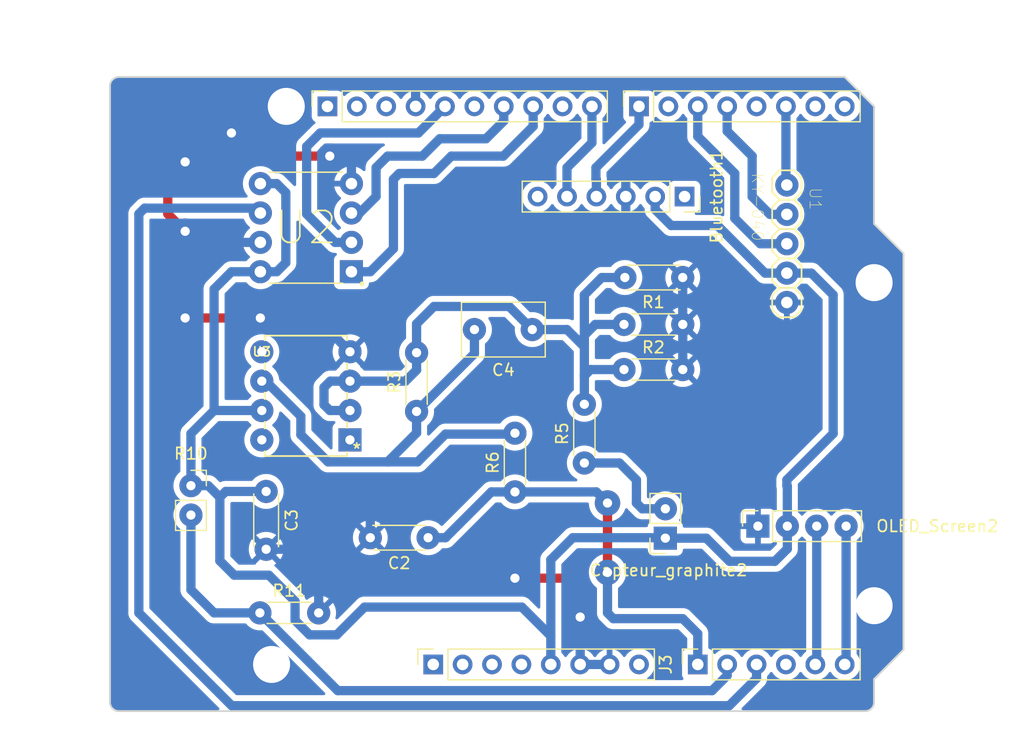
<source format=kicad_pcb>
(kicad_pcb (version 20240108) (generator "pcbnew") (generator_version "8.0")
  (title_block (date "mar. 31 mars 2015"))
  (layers (0 "F.Cu" signal) (31 "B.Cu" signal) (34 "B.Paste" user) (35 "F.Paste" user) (36 "B.SilkS" user "B.Silkscreen") (37 "F.SilkS" user "F.Silkscreen") (38 "B.Mask" user) (39 "F.Mask" user) (44 "Edge.Cuts" user))
  (net 0 "")
  (net 1 "GND")
  (net 3 "+5V")
  (net 4 "/IOREF")
  (net 5 "/D11{slash}MOSI")
  (net 6 "/A1")
  (net 7 "/D13{slash}SCK")
  (net 8 "/A3")
  (net 9 "/SDA{slash}A4")
  (net 10 "/SCL{slash}A5")
  (net 11 "/D10{slash}SS")
  (net 12 "/12")
  (net 13 "/AREF")
  (net 14 "A2")
  (net 15 "/A0{slash}ADC")
  (net 16 "/*9")
  (net 17 "/D2{slash}CLK")
  (net 18 "/*6")
  (net 19 "/TX{slash}1")
  (net 20 "/*3")
  (net 21 "/RX{slash}0")
  (net 22 "+3V3")
  (net 23 "VCC")
  (net 24 "/~{RESET}")
  (net 25 "/D4{slash}DT")
  (net 26 "/D5{slash}SW")
  (net 27 "Net-(U3-+IN)")
  (net 28 "Net-(U3-OUT)")
  (net 32 "Net-(Capteur_graphite2-Vout)")
  (net 33 "SDA")
  (net 34 "SCL")
  (net 35 "TX")
  (net 36 "RX")
  (footprint "Connector_PinSocket_2.54mm:PinSocket_1x08_P2.54mm_Vertical" (layer "F.Cu") (at 127.94 97.46 90)
    (property "Reference" "J1" (hide yes))
    (property "Value" "Power")
    (fp_line (start 1.33 -1.33) (end 1.33 0) (stroke (width 0.12)) (layer "F.SilkS"))
    (fp_line (start 0 -1.33) (end 1.33 -1.33) (stroke (width 0.12)) (layer "F.SilkS"))
    (fp_line (start 1.33 1.27) (end 1.33 19.11) (stroke (width 0.12)) (layer "F.SilkS"))
    (fp_line (start -1.33 1.27) (end 1.33 1.27) (stroke (width 0.12)) (layer "F.SilkS"))
    (fp_line (start -1.33 1.27) (end -1.33 19.11) (stroke (width 0.12)) (layer "F.SilkS"))
    (fp_line (start -1.33 19.11) (end 1.33 19.11) (stroke (width 0.12)) (layer "F.SilkS"))
    (pad "1" thru_hole rect (at 0 0 90) (size 1.7 1.7) (drill 1) (layers "*.Cu" "*.Mask"))
    (pad "2" thru_hole oval (at 0 2.54 90) (size 1.7 1.7) (drill 1) (layers "*.Cu" "*.Mask") (net 4 "/IOREF"))
    (pad "3" thru_hole oval (at 0 5.08 90) (size 1.7 1.7) (drill 1) (layers "*.Cu" "*.Mask") (net 24 "/~{RESET}"))
    (pad "4" thru_hole oval (at 0 7.62 90) (size 1.7 1.7) (drill 1) (layers "*.Cu" "*.Mask") (net 22 "+3V3"))
    (pad "5" thru_hole oval (at 0 10.16 90) (size 1.7 1.7) (drill 1) (layers "*.Cu" "*.Mask") (net 3 "+5V"))
    (pad "6" thru_hole oval (at 0 12.7 90) (size 1.7 1.7) (drill 1) (layers "*.Cu" "*.Mask") (net 1 "GND"))
    (pad "7" thru_hole oval (at 0 15.24 90) (size 1.7 1.7) (drill 1) (layers "*.Cu" "*.Mask") (net 1 "GND"))
    (pad "8" thru_hole oval (at 0 17.78 90) (size 1.7 1.7) (drill 1) (layers "*.Cu" "*.Mask") (net 23 "VCC"))
  )
  (footprint "Connector_PinSocket_2.54mm:PinSocket_1x06_P2.54mm_Vertical" (layer "F.Cu") (at 150.8 97.46 90)
    (property "Reference" "J3" (at 0 -2.77 90) (layer "F.SilkS"))
    (property "Value" "Analog")
    (fp_line (start 1.33 -1.33) (end 1.33 0) (stroke (width 0.12)) (layer "F.SilkS"))
    (fp_line (start 0 -1.33) (end 1.33 -1.33) (stroke (width 0.12)) (layer "F.SilkS"))
    (fp_line (start 1.33 1.27) (end 1.33 14.03) (stroke (width 0.12)) (layer "F.SilkS"))
    (fp_line (start -1.33 1.27) (end 1.33 1.27) (stroke (width 0.12)) (layer "F.SilkS"))
    (fp_line (start -1.33 1.27) (end -1.33 14.03) (stroke (width 0.12)) (layer "F.SilkS"))
    (fp_line (start -1.33 14.03) (end 1.33 14.03) (stroke (width 0.12)) (layer "F.SilkS"))
    (pad "1" thru_hole rect (at 0 0 90) (size 1.7 1.7) (drill 1) (layers "*.Cu" "*.Mask") (net 15 "/A0{slash}ADC"))
    (pad "2" thru_hole oval (at 0 2.54 90) (size 1.7 1.7) (drill 1) (layers "*.Cu" "*.Mask") (net 6 "/A1"))
    (pad "3" thru_hole oval (at 0 5.08 90) (size 1.7 1.7) (drill 1) (layers "*.Cu" "*.Mask") (net 14 "A2"))
    (pad "4" thru_hole oval (at 0 7.62 90) (size 1.7 1.7) (drill 1) (layers "*.Cu" "*.Mask") (net 8 "/A3"))
    (pad "5" thru_hole oval (at 0 10.16 90) (size 1.7 1.7) (drill 1) (layers "*.Cu" "*.Mask") (net 34 "SCL"))
    (pad "6" thru_hole oval (at 0 12.7 90) (size 1.7 1.7) (drill 1) (layers "*.Cu" "*.Mask") (net 33 "SDA"))
  )
  (footprint "Connector_PinSocket_2.54mm:PinSocket_1x10_P2.54mm_Vertical" (layer "F.Cu") (at 118.796 49.2 90)
    (property "Reference" "J2" (hide yes))
    (property "Value" "Digital/PWM")
    (fp_line (start 1.33 -1.33) (end 1.33 0) (stroke (width 0.12)) (layer "F.SilkS"))
    (fp_line (start 0 -1.33) (end 1.33 -1.33) (stroke (width 0.12)) (layer "F.SilkS"))
    (fp_line (start 1.33 1.27) (end 1.33 24.19) (stroke (width 0.12)) (layer "F.SilkS"))
    (fp_line (start -1.33 1.27) (end 1.33 1.27) (stroke (width 0.12)) (layer "F.SilkS"))
    (fp_line (start -1.33 1.27) (end -1.33 24.19) (stroke (width 0.12)) (layer "F.SilkS"))
    (fp_line (start -1.33 24.19) (end 1.33 24.19) (stroke (width 0.12)) (layer "F.SilkS"))
    (pad "1" thru_hole rect (at 0 0 90) (size 1.7 1.7) (drill 1) (layers "*.Cu" "*.Mask") (net 10 "/SCL{slash}A5"))
    (pad "2" thru_hole oval (at 0 2.54 90) (size 1.7 1.7) (drill 1) (layers "*.Cu" "*.Mask") (net 9 "/SDA{slash}A4"))
    (pad "3" thru_hole oval (at 0 5.08 90) (size 1.7 1.7) (drill 1) (layers "*.Cu" "*.Mask") (net 13 "/AREF"))
    (pad "4" thru_hole oval (at 0 7.62 90) (size 1.7 1.7) (drill 1) (layers "*.Cu" "*.Mask") (net 1 "GND"))
    (pad "5" thru_hole oval (at 0 10.16 90) (size 1.7 1.7) (drill 1) (layers "*.Cu" "*.Mask") (net 7 "/D13{slash}SCK"))
    (pad "6" thru_hole oval (at 0 12.7 90) (size 1.7 1.7) (drill 1) (layers "*.Cu" "*.Mask") (net 12 "/12"))
    (pad "7" thru_hole oval (at 0 15.24 90) (size 1.7 1.7) (drill 1) (layers "*.Cu" "*.Mask") (net 5 "/D11{slash}MOSI"))
    (pad "8" thru_hole oval (at 0 17.78 90) (size 1.7 1.7) (drill 1) (layers "*.Cu" "*.Mask") (net 11 "/D10{slash}SS"))
    (pad "9" thru_hole oval (at 0 20.32 90) (size 1.7 1.7) (drill 1) (layers "*.Cu" "*.Mask") (net 16 "/*9"))
    (pad "10" thru_hole oval (at 0 22.86 90) (size 1.7 1.7) (drill 1) (layers "*.Cu" "*.Mask") (net 36 "RX"))
  )
  (footprint "Connector_PinSocket_2.54mm:PinSocket_1x08_P2.54mm_Vertical" (layer "F.Cu") (at 145.72 49.2 90)
    (property "Reference" "J4" (hide yes))
    (property "Value" "Digital/PWM")
    (fp_line (start 1.33 -1.33) (end 1.33 0) (stroke (width 0.12)) (layer "F.SilkS"))
    (fp_line (start 0 -1.33) (end 1.33 -1.33) (stroke (width 0.12)) (layer "F.SilkS"))
    (fp_line (start 1.33 1.27) (end 1.33 19.11) (stroke (width 0.12)) (layer "F.SilkS"))
    (fp_line (start -1.33 1.27) (end 1.33 1.27) (stroke (width 0.12)) (layer "F.SilkS"))
    (fp_line (start -1.33 1.27) (end -1.33 19.11) (stroke (width 0.12)) (layer "F.SilkS"))
    (fp_line (start -1.33 19.11) (end 1.33 19.11) (stroke (width 0.12)) (layer "F.SilkS"))
    (pad "1" thru_hole rect (at 0 0 90) (size 1.7 1.7) (drill 1) (layers "*.Cu" "*.Mask") (net 35 "TX"))
    (pad "2" thru_hole oval (at 0 2.54 90) (size 1.7 1.7) (drill 1) (layers "*.Cu" "*.Mask") (net 18 "/*6"))
    (pad "3" thru_hole oval (at 0 5.08 90) (size 1.7 1.7) (drill 1) (layers "*.Cu" "*.Mask") (net 26 "/D5{slash}SW"))
    (pad "4" thru_hole oval (at 0 7.62 90) (size 1.7 1.7) (drill 1) (layers "*.Cu" "*.Mask") (net 25 "/D4{slash}DT"))
    (pad "5" thru_hole oval (at 0 10.16 90) (size 1.7 1.7) (drill 1) (layers "*.Cu" "*.Mask") (net 20 "/*3"))
    (pad "6" thru_hole oval (at 0 12.7 90) (size 1.7 1.7) (drill 1) (layers "*.Cu" "*.Mask") (net 17 "/D2{slash}CLK"))
    (pad "7" thru_hole oval (at 0 15.24 90) (size 1.7 1.7) (drill 1) (layers "*.Cu" "*.Mask") (net 19 "/TX{slash}1"))
    (pad "8" thru_hole oval (at 0 17.78 90) (size 1.7 1.7) (drill 1) (layers "*.Cu" "*.Mask") (net 21 "/RX{slash}0"))
  )
  (footprint "Resistor_THT:R_Axial_DIN0204_L3.6mm_D1.6mm_P5.08mm_Horizontal" (layer "F.Cu") (at 144.425 71.96)
    (property "Reference" "R2" (at 2.54 -1.92 0) (layer "F.SilkS"))
    (property "Value" "R")
    (fp_line (start 0.62 -0.92) (end 4.46 -0.92) (stroke (width 0.12)) (layer "F.SilkS"))
    (fp_line (start 0.62 0.92) (end 4.46 0.92) (stroke (width 0.12)) (layer "F.SilkS"))
    (pad "1" thru_hole circle (at 0 0) (size 2 2) (drill 0.8) (layers "*.Cu" "*.Mask") (net 27 "Net-(U3-+IN)"))
    (pad "2" thru_hole circle (at 5.08 0) (size 2 2) (drill 0.8) (layers "*.Cu" "*.Mask") (net 1 "GND"))
  )
  (footprint "4GP_Projet_Capteur:MPC41050_IP" (layer "F.Cu") (at 116.935 59.69 180)
    (property "Reference" "U2" (at 0 0 180) (layer "F.SilkS") (effects (font (size 2.755976 2.755976))))
    (property "Value" "MCP41050")
    (fp_line (start 3.18 4.8) (end -3.18 4.8) (stroke (width 0.127)) (layer "F.SilkS"))
    (fp_line (start -3.18 -4.8) (end 3.18 -4.8) (stroke (width 0.127)) (layer "F.SilkS"))
    (fp_circle (center -4.85 -4.85) (end -4.75 -4.85) (stroke (width 0.2)) (fill none) (layer "F.SilkS"))
    (pad "1" thru_hole rect (at -3.935 -3.81 180) (size 2 2) (drill 1) (layers "*.Cu" "*.Mask") (net 11 "/D10{slash}SS"))
    (pad "2" thru_hole oval (at -3.935 -1.27 180) (size 2 2) (drill 1) (layers "*.Cu" "*.Mask") (net 7 "/D13{slash}SCK"))
    (pad "3" thru_hole oval (at -3.935 1.27 180) (size 2 2) (drill 1) (layers "*.Cu" "*.Mask") (net 5 "/D11{slash}MOSI"))
    (pad "4" thru_hole oval (at -3.935 3.81 180) (size 2 2) (drill 1) (layers "*.Cu" "*.Mask") (net 1 "GND"))
    (pad "5" thru_hole oval (at 3.935 3.81 180) (size 2 2) (drill 1) (layers "*.Cu" "*.Mask") (net 3 "+5V"))
    (pad "6" thru_hole oval (at 3.935 1.27 180) (size 2 2) (drill 1) (layers "*.Cu" "*.Mask") (net 14 "A2"))
    (pad "7" thru_hole oval (at 3.935 -1.27 180) (size 2 2) (drill 1) (layers "*.Cu" "*.Mask") (net 1 "GND"))
    (pad "8" thru_hole oval (at 3.935 -3.81 180) (size 2 2) (drill 1) (layers "*.Cu" "*.Mask") (net 3 "+5V"))
  )
  (footprint "Resistor_THT:R_Axial_DIN0204_L3.6mm_D1.6mm_P5.08mm_Horizontal" (layer "F.Cu") (at 126.5 75.58 90)
    (property "Reference" "R3" (at 2.54 -1.92 270) (layer "F.SilkS"))
    (property "Value" "R")
    (fp_line (start 0.62 -0.92) (end 4.46 -0.92) (stroke (width 0.12)) (layer "F.SilkS"))
    (fp_line (start 0.62 0.92) (end 4.46 0.92) (stroke (width 0.12)) (layer "F.SilkS"))
    (pad "1" thru_hole circle (at 0 0 90) (size 2 2) (drill 0.8) (layers "*.Cu" "*.Mask") (net 28 "Net-(U3-OUT)"))
    (pad "2" thru_hole circle (at 5.08 0 90) (size 2 2) (drill 0.8) (layers "*.Cu" "*.Mask") (net 27 "Net-(U3-+IN)"))
  )
  (footprint "Capacitor_THT:C_Rect_L7.0mm_W4.5mm_P5.00mm" (layer "F.Cu") (at 136.5 68.5 180)
    (property "Reference" "C4" (at 2.5 -3.5 180) (layer "F.SilkS"))
    (property "Value" "C")
    (fp_line (start 6.12 -2.37) (end 6.12 2.37) (stroke (width 0.12)) (layer "F.SilkS"))
    (fp_line (start -1.12 2.37) (end 6.12 2.37) (stroke (width 0.12)) (layer "F.SilkS"))
    (fp_line (start -1.12 -2.37) (end 6.12 -2.37) (stroke (width 0.12)) (layer "F.SilkS"))
    (fp_line (start -1.12 -2.37) (end -1.12 2.37) (stroke (width 0.12)) (layer "F.SilkS"))
    (pad "1" thru_hole circle (at 0 0 180) (size 2 2) (drill 0.8) (layers "*.Cu" "*.Mask") (net 27 "Net-(U3-+IN)"))
    (pad "2" thru_hole circle (at 5 0 180) (size 2 2) (drill 0.8) (layers "*.Cu" "*.Mask") (net 28 "Net-(U3-OUT)"))
  )
  (footprint "Connector_PinSocket_2.54mm:PinSocket_1x02_P2.54mm_Vertical" (layer "F.Cu") (at 107 82)
    (property "Reference" "R10" (at 0 -2.77 0) (layer "F.SilkS"))
    (property "Value" "FlexSensor")
    (fp_line (start -1.33 1.27) (end -1.33 3.87) (stroke (width 0.12)) (layer "F.SilkS"))
    (fp_line (start -1.33 1.27) (end 1.33 1.27) (stroke (width 0.12)) (layer "F.SilkS"))
    (fp_line (start -1.33 3.87) (end 1.33 3.87) (stroke (width 0.12)) (layer "F.SilkS"))
    (fp_line (start 0 -1.33) (end 1.33 -1.33) (stroke (width 0.12)) (layer "F.SilkS"))
    (fp_line (start 1.33 -1.33) (end 1.33 0) (stroke (width 0.12)) (layer "F.SilkS"))
    (fp_line (start 1.33 1.27) (end 1.33 3.87) (stroke (width 0.12)) (layer "F.SilkS"))
    (pad "1" thru_hole circle (at 0 0) (size 2 2) (drill 0.8) (layers "*.Cu" "*.Mask") (net 3 "+5V"))
    (pad "2" thru_hole circle (at 0 2.54) (size 2 2) (drill 0.8) (layers "*.Cu" "*.Mask") (net 6 "/A1"))
  )
  (footprint "Capacitor_THT:C_Disc_D4.3mm_W1.9mm_P5.00mm" (layer "F.Cu") (at 127.5 86.5 180)
    (property "Reference" "C2" (at 2.5 -2.2 180) (layer "F.SilkS"))
    (property "Value" "C")
    (fp_line (start 4.77 1.055) (end 4.77 1.07) (stroke (width 0.12)) (layer "F.SilkS"))
    (fp_line (start 4.77 -1.07) (end 4.77 -1.055) (stroke (width 0.12)) (layer "F.SilkS"))
    (fp_line (start 0.23 1.07) (end 4.77 1.07) (stroke (width 0.12)) (layer "F.SilkS"))
    (fp_line (start 0.23 1.055) (end 0.23 1.07) (stroke (width 0.12)) (layer "F.SilkS"))
    (fp_line (start 0.23 -1.07) (end 4.77 -1.07) (stroke (width 0.12)) (layer "F.SilkS"))
    (fp_line (start 0.23 -1.07) (end 0.23 -1.055) (stroke (width 0.12)) (layer "F.SilkS"))
    (pad "1" thru_hole circle (at 0 0 180) (size 2 2) (drill 0.8) (layers "*.Cu" "*.Mask") (net 15 "/A0{slash}ADC"))
    (pad "2" thru_hole circle (at 5 0 180) (size 2 2) (drill 0.8) (layers "*.Cu" "*.Mask") (net 1 "GND"))
  )
  (footprint "Capacitor_THT:C_Disc_D4.3mm_W1.9mm_P5.00mm" (layer "F.Cu") (at 144.5 64)
    (property "Reference" "C1" (hide yes))
    (property "Value" "C")
    (fp_line (start 0.23 -1.07) (end 0.23 -1.055) (stroke (width 0.12)) (layer "F.SilkS"))
    (fp_line (start 0.23 -1.07) (end 4.77 -1.07) (stroke (width 0.12)) (layer "F.SilkS"))
    (fp_line (start 0.23 1.055) (end 0.23 1.07) (stroke (width 0.12)) (layer "F.SilkS"))
    (fp_line (start 0.23 1.07) (end 4.77 1.07) (stroke (width 0.12)) (layer "F.SilkS"))
    (fp_line (start 4.77 -1.07) (end 4.77 -1.055) (stroke (width 0.12)) (layer "F.SilkS"))
    (fp_line (start 4.77 1.055) (end 4.77 1.07) (stroke (width 0.12)) (layer "F.SilkS"))
    (pad "1" thru_hole circle (at 0 0) (size 2 2) (drill 0.8) (layers "*.Cu" "*.Mask") (net 27 "Net-(U3-+IN)"))
    (pad "2" thru_hole circle (at 5 0) (size 2 2) (drill 0.8) (layers "*.Cu" "*.Mask") (net 1 "GND"))
  )
  (footprint "Arduino_MountingHole:MountingHole_3.2mm" (layer "F.Cu") (at 115.24 49.2)
    (property "Reference" "MH1" (hide yes))
    (property "Value" "MountingHole_3.2mm" (hide yes))
    (pad "" np_thru_hole circle (at 0 0) (size 3.2 3.2) (drill 3.2) (layers "*.Cu" "*.Mask"))
  )
  (footprint "Connector_PinSocket_2.54mm:PinSocket_1x04_P2.54mm_Vertical" (layer "F.Cu") (at 156 85.5 90)
    (property "Reference" "OLED_Screen2" (at 0 15.5 0) (layer "F.SilkS"))
    (property "Value" "~")
    (fp_line (start 1.33 -1.33) (end 1.33 0) (stroke (width 0.12)) (layer "F.SilkS"))
    (fp_line (start 0 -1.33) (end 1.33 -1.33) (stroke (width 0.12)) (layer "F.SilkS"))
    (fp_line (start 1.33 1.27) (end 1.33 8.95) (stroke (width 0.12)) (layer "F.SilkS"))
    (fp_line (start -1.33 1.27) (end 1.33 1.27) (stroke (width 0.12)) (layer "F.SilkS"))
    (fp_line (start -1.33 1.27) (end -1.33 8.95) (stroke (width 0.12)) (layer "F.SilkS"))
    (fp_line (start -1.33 8.95) (end 1.33 8.95) (stroke (width 0.12)) (layer "F.SilkS"))
    (pad "1" thru_hole rect (at 0 0 90) (size 2 2) (drill 0.8) (layers "*.Cu" "*.Mask") (net 1 "GND"))
    (pad "2" thru_hole circle (at 0 2.54 90) (size 2 2) (drill 0.8) (layers "*.Cu" "*.Mask") (net 3 "+5V"))
    (pad "3" thru_hole circle (at 0 5.08 90) (size 2 2) (drill 0.8) (layers "*.Cu" "*.Mask") (net 34 "SCL"))
    (pad "4" thru_hole circle (at 0 7.62 90) (size 2 2) (drill 0.8) (layers "*.Cu" "*.Mask") (net 33 "SDA"))
  )
  (footprint "Connector_PinSocket_2.54mm:PinSocket_1x06_P2.54mm_Vertical" (layer "F.Cu") (at 149.66 57 -90)
    (property "Reference" "Bluetooth1" (at 0 -2.77 -90) (layer "F.SilkS"))
    (property "Value" "~")
    (fp_line (start -1.33 14.03) (end 1.33 14.03) (stroke (width 0.12)) (layer "F.SilkS"))
    (fp_line (start -1.33 1.27) (end -1.33 14.03) (stroke (width 0.12)) (layer "F.SilkS"))
    (fp_line (start -1.33 1.27) (end 1.33 1.27) (stroke (width 0.12)) (layer "F.SilkS"))
    (fp_line (start 1.33 1.27) (end 1.33 14.03) (stroke (width 0.12)) (layer "F.SilkS"))
    (fp_line (start 0 -1.33) (end 1.33 -1.33) (stroke (width 0.12)) (layer "F.SilkS"))
    (fp_line (start 1.33 -1.33) (end 1.33 0) (stroke (width 0.12)) (layer "F.SilkS"))
    (pad "1" thru_hole rect (at 0 0 270) (size 1.7 1.7) (drill 1) (layers "*.Cu" "*.Mask"))
    (pad "2" thru_hole oval (at 0 2.54 270) (size 1.7 1.7) (drill 1) (layers "*.Cu" "*.Mask") (net 3 "+5V"))
    (pad "3" thru_hole oval (at 0 5.08 270) (size 1.7 1.7) (drill 1) (layers "*.Cu" "*.Mask") (net 1 "GND"))
    (pad "4" thru_hole oval (at 0 7.62 270) (size 1.7 1.7) (drill 1) (layers "*.Cu" "*.Mask") (net 35 "TX"))
    (pad "5" thru_hole oval (at 0 10.16 270) (size 1.7 1.7) (drill 1) (layers "*.Cu" "*.Mask") (net 36 "RX"))
    (pad "6" thru_hole oval (at 0 12.7 270) (size 1.7 1.7) (drill 1) (layers "*.Cu" "*.Mask"))
  )
  (footprint "4GP_Projet_Capteur:KY-040-PORT" (layer "F.Cu") (at 158.5 62.35 -90)
    (property "Reference" "U1" (at -5.1562 -2.4638 -90) (layer "F.SilkS") (effects (font (thickness 0.05))))
    (property "Value" "KY-040" (at -4.445 2.54 -90) (layer "F.SilkS") (effects (font (thickness 0.05))))
    (fp_line (start -5.715 1.27) (end -6.985 1.27) (stroke (width 0.1524)) (layer "F.SilkS"))
    (fp_line (start -4.445 1.27) (end -5.08 0.635) (stroke (width 0.1524)) (layer "F.SilkS"))
    (fp_line (start -3.175 1.27) (end -4.445 1.27) (stroke (width 0.1524)) (layer "F.SilkS"))
    (fp_line (start -1.905 1.27) (end -2.54 0.635) (stroke (width 0.1524)) (layer "F.SilkS"))
    (fp_line (start -0.635 1.27) (end -1.905 1.27) (stroke (width 0.1524)) (layer "F.SilkS"))
    (fp_line (start 1.905 1.27) (end 0.635 1.27) (stroke (width 0.1524)) (layer "F.SilkS"))
    (fp_line (start 3.175 1.27) (end 2.54 0.635) (stroke (width 0.1524)) (layer "F.SilkS"))
    (fp_line (start 4.445 1.27) (end 3.175 1.27) (stroke (width 0.1524)) (layer "F.SilkS"))
    (fp_line (start -7.62 0.635) (end -6.985 1.27) (stroke (width 0.1524)) (layer "F.SilkS"))
    (fp_line (start -5.08 0.635) (end -5.715 1.27) (stroke (width 0.1524)) (layer "F.SilkS"))
    (fp_line (start -2.54 0.635) (end -3.175 1.27) (stroke (width 0.1524)) (layer "F.SilkS"))
    (fp_line (start 0 0.635) (end -0.635 1.27) (stroke (width 0.1524)) (layer "F.SilkS"))
    (fp_line (start 0 0.635) (end 0.635 1.27) (stroke (width 0.1524)) (layer "F.SilkS"))
    (fp_line (start 2.54 0.635) (end 1.905 1.27) (stroke (width 0.1524)) (layer "F.SilkS"))
    (fp_line (start 5.08 0.635) (end 4.445 1.27) (stroke (width 0.1524)) (layer "F.SilkS"))
    (fp_line (start -7.62 -0.635) (end -7.62 0.635) (stroke (width 0.1524)) (layer "F.SilkS"))
    (fp_line (start -5.08 -0.635) (end -5.08 0.635) (stroke (width 0.1524)) (layer "F.SilkS"))
    (fp_line (start -5.08 -0.635) (end -4.445 -1.27) (stroke (width 0.1524)) (layer "F.SilkS"))
    (fp_line (start -2.54 -0.635) (end -2.54 0.635) (stroke (width 0.1524)) (layer "F.SilkS"))
    (fp_line (start -2.54 -0.635) (end -1.905 -1.27) (stroke (width 0.1524)) (layer "F.SilkS"))
    (fp_line (start 0 -0.635) (end 0 0.635) (stroke (width 0.1524)) (layer "F.SilkS"))
    (fp_line (start 2.54 -0.635) (end 2.54 0.635) (stroke (width 0.1524)) (layer "F.SilkS"))
    (fp_line (start 2.54 -0.635) (end 3.175 -1.27) (stroke (width 0.1524)) (layer "F.SilkS"))
    (fp_line (start 5.08 -0.635) (end 5.08 0.635) (stroke (width 0.1524)) (layer "F.SilkS"))
    (fp_line (start -6.985 -1.27) (end -7.62 -0.635) (stroke (width 0.1524)) (layer "F.SilkS"))
    (fp_line (start -6.985 -1.27) (end -5.715 -1.27) (stroke (width 0.1524)) (layer "F.SilkS"))
    (fp_line (start -5.715 -1.27) (end -5.08 -0.635) (stroke (width 0.1524)) (layer "F.SilkS"))
    (fp_line (start -4.445 -1.27) (end -3.175 -1.27) (stroke (width 0.1524)) (layer "F.SilkS"))
    (fp_line (start -3.175 -1.27) (end -2.54 -0.635) (stroke (width 0.1524)) (layer "F.SilkS"))
    (fp_line (start -1.905 -1.27) (end -0.635 -1.27) (stroke (width 0.1524)) (layer "F.SilkS"))
    (fp_line (start -0.635 -1.27) (end 0 -0.635) (stroke (width 0.1524)) (layer "F.SilkS"))
    (fp_line (start 0.635 -1.27) (end 0 -0.635) (stroke (width 0.1524)) (layer "F.SilkS"))
    (fp_line (start 0.635 -1.27) (end 1.905 -1.27) (stroke (width 0.1524)) (layer "F.SilkS"))
    (fp_line (start 1.905 -1.27) (end 2.54 -0.635) (stroke (width 0.1524)) (layer "F.SilkS"))
    (fp_line (start 3.175 -1.27) (end 4.445 -1.27) (stroke (width 0.1524)) (layer "F.SilkS"))
    (fp_line (start 4.445 -1.27) (end 5.08 -0.635) (stroke (width 0.1524)) (layer "F.SilkS"))
    (pad "CLK" thru_hole oval (at -6.35 0) (size 2 2) (drill 1) (layers "*.Cu" "*.Mask") (net 17 "/D2{slash}CLK"))
    (pad "DT" thru_hole oval (at -3.81 0) (size 2 2) (drill 1) (layers "*.Cu" "*.Mask") (net 25 "/D4{slash}DT"))
    (pad "GND" thru_hole oval (at 3.81 0) (size 2 2) (drill 1) (layers "*.Cu" "*.Mask") (net 1 "GND"))
    (pad "SW" thru_hole oval (at -1.27 0) (size 2 2) (drill 1) (layers "*.Cu" "*.Mask") (net 26 "/D5{slash}SW"))
    (pad "VCC" thru_hole oval (at 1.27 0) (size 2 2) (drill 1) (layers "*.Cu" "*.Mask") (net 3 "+5V"))
  )
  (footprint "Resistor_THT:R_Axial_DIN0204_L3.6mm_D1.6mm_P5.08mm_Horizontal" (layer "F.Cu") (at 135 82.54 90)
    (property "Reference" "R6" (at 2.54 -1.92 -90) (layer "F.SilkS"))
    (property "Value" "R")
    (fp_line (start 0.62 -0.92) (end 4.46 -0.92) (stroke (width 0.12)) (layer "F.SilkS"))
    (fp_line (start 0.62 0.92) (end 4.46 0.92) (stroke (width 0.12)) (layer "F.SilkS"))
    (pad "1" thru_hole circle (at 0 0 90) (size 2 2) (drill 0.8) (layers "*.Cu" "*.Mask") (net 15 "/A0{slash}ADC"))
    (pad "2" thru_hole circle (at 5.08 0 90) (size 2 2) (drill 0.8) (layers "*.Cu" "*.Mask") (net 28 "Net-(U3-OUT)"))
  )
  (footprint "Resistor_THT:R_Axial_DIN0204_L3.6mm_D1.6mm_P5.08mm_Horizontal" (layer "F.Cu") (at 144.425 68.055)
    (property "Reference" "R1" (at 2.54 -1.92 0) (layer "F.SilkS"))
    (property "Value" "R")
    (fp_line (start 0.62 -0.92) (end 4.46 -0.92) (stroke (width 0.12)) (layer "F.SilkS"))
    (fp_line (start 0.62 0.92) (end 4.46 0.92) (stroke (width 0.12)) (layer "F.SilkS"))
    (pad "1" thru_hole circle (at 0 0) (size 2 2) (drill 0.8) (layers "*.Cu" "*.Mask") (net 27 "Net-(U3-+IN)"))
    (pad "2" thru_hole circle (at 5.08 0) (size 2 2) (drill 0.8) (layers "*.Cu" "*.Mask") (net 1 "GND"))
  )
  (footprint "Connector_PinSocket_2.54mm:PinSocket_1x02_P2.54mm_Vertical" (layer "F.Cu") (at 148 86.54 180)
    (property "Reference" "Capteur_graphite2" (at -0.275 -2.775 180) (layer "F.SilkS"))
    (property "Value" "~")
    (fp_line (start 1.33 1.27) (end 1.33 3.87) (stroke (width 0.12)) (layer "F.SilkS"))
    (fp_line (start 1.33 -1.33) (end 1.33 0) (stroke (width 0.12)) (layer "F.SilkS"))
    (fp_line (start 0 -1.33) (end 1.33 -1.33) (stroke (width 0.12)) (layer "F.SilkS"))
    (fp_line (start -1.33 3.87) (end 1.33 3.87) (stroke (width 0.12)) (layer "F.SilkS"))
    (fp_line (start -1.33 1.27) (end 1.33 1.27) (stroke (width 0.12)) (layer "F.SilkS"))
    (fp_line (start -1.33 1.27) (end -1.33 3.87) (stroke (width 0.12)) (layer "F.SilkS"))
    (pad "1" thru_hole rect (at 0 0 180) (size 2 2) (drill 0.8) (layers "*.Cu" "*.Mask") (net 3 "+5V"))
    (pad "2" thru_hole circle (at 0 2.54 180) (size 2 2) (drill 0.8) (layers "*.Cu" "*.Mask") (net 32 "Net-(Capteur_graphite2-Vout)"))
  )
  (footprint "Capacitor_THT:C_Disc_D4.3mm_W1.9mm_P5.00mm" (layer "F.Cu") (at 113.5 82.5 -90)
    (property "Reference" "C3" (at 2.5 -2.2 90) (layer "F.SilkS"))
    (property "Value" "C")
    (fp_line (start 0.23 1.07) (end 4.77 1.07) (stroke (width 0.12)) (layer "F.SilkS"))
    (fp_line (start 0.23 1.055) (end 0.23 1.07) (stroke (width 0.12)) (layer "F.SilkS"))
    (fp_line (start 4.77 1.055) (end 4.77 1.07) (stroke (width 0.12)) (layer "F.SilkS"))
    (fp_line (start 0.23 -1.07) (end 0.23 -1.055) (stroke (width 0.12)) (layer "F.SilkS"))
    (fp_line (start 0.23 -1.07) (end 4.77 -1.07) (stroke (width 0.12)) (layer "F.SilkS"))
    (fp_line (start 4.77 -1.07) (end 4.77 -1.055) (stroke (width 0.12)) (layer "F.SilkS"))
    (pad "1" thru_hole circle (at 0 0 270) (size 2 2) (drill 0.8) (layers "*.Cu" "*.Mask") (net 3 "+5V"))
    (pad "2" thru_hole circle (at 5 0 270) (size 2 2) (drill 0.8) (layers "*.Cu" "*.Mask") (net 1 "GND"))
  )
  (footprint "Arduino_MountingHole:MountingHole_3.2mm" (layer "F.Cu") (at 113.97 97.46)
    (property "Reference" "MH2" (hide yes))
    (property "Value" "MountingHole_3.2mm" (hide yes))
    (pad "" np_thru_hole circle (at 0 0) (size 3.2 3.2) (drill 3.2) (layers "*.Cu" "*.Mask"))
  )
  (footprint "Resistor_THT:R_Axial_DIN0204_L3.6mm_D1.6mm_P5.08mm_Horizontal" (layer "F.Cu") (at 141 80.04 90)
    (property "Reference" "R5" (at 2.54 -1.92 -90) (layer "F.SilkS"))
    (property "Value" "R")
    (fp_line (start 0.62 -0.92) (end 4.46 -0.92) (stroke (width 0.12)) (layer "F.SilkS"))
    (fp_line (start 0.62 0.92) (end 4.46 0.92) (stroke (width 0.12)) (layer "F.SilkS"))
    (pad "1" thru_hole circle (at 0 0 90) (size 2 2) (drill 0.8) (layers "*.Cu" "*.Mask") (net 32 "Net-(Capteur_graphite2-Vout)"))
    (pad "2" thru_hole circle (at 5.08 0 90) (size 2 2) (drill 0.8) (layers "*.Cu" "*.Mask") (net 27 "Net-(U3-+IN)"))
  )
  (footprint "Arduino_MountingHole:MountingHole_3.2mm" (layer "F.Cu") (at 166.04 64.44)
    (property "Reference" "MH3" (hide yes))
    (property "Value" "MountingHole_3.2mm" (hide yes))
    (pad "" np_thru_hole circle (at 0 0) (size 3.2 3.2) (drill 3.2) (layers "*.Cu" "*.Mask"))
  )
  (footprint "4GP_Projet_Capteur:LTC1050CN8" (layer "F.Cu") (at 113.125 70.42 180)
    (property "Reference" "U3" (at 0 0 180) (layer "F.SilkS") (effects (font (size 0.787402 0.787402))))
    (property "Value" "LTC1050CN8")
    (fp_line (start -0.254 1.397) (end -0.254 0.9906) (stroke (width 0.1524)) (layer "F.SilkS"))
    (fp_line (start -0.254 -0.9906) (end -0.254 -1.5494) (stroke (width 0.1524)) (layer "F.SilkS"))
    (fp_line (start -0.254 -3.5306) (end -0.254 -4.0894) (stroke (width 0.1524)) (layer "F.SilkS"))
    (fp_line (start -0.254 -6.0706) (end -0.254 -6.6294) (stroke (width 0.1524)) (layer "F.SilkS"))
    (fp_line (start -0.254 -8.6106) (end -0.254 -9.017) (stroke (width 0.1524)) (layer "F.SilkS"))
    (fp_line (start -0.254 -9.017) (end -7.366 -9.017) (stroke (width 0.1524)) (layer "F.SilkS"))
    (fp_line (start -7.366 1.397) (end -0.254 1.397) (stroke (width 0.1524)) (layer "F.SilkS"))
    (fp_line (start -7.366 0.9906) (end -7.366 1.397) (stroke (width 0.1524)) (layer "F.SilkS"))
    (fp_line (start -7.366 -1.5494) (end -7.366 -0.9906) (stroke (width 0.1524)) (layer "F.SilkS"))
    (fp_line (start -7.366 -4.0894) (end -7.366 -3.5306) (stroke (width 0.1524)) (layer "F.SilkS"))
    (fp_line (start -7.366 -6.5786) (end -7.366 -6.0706) (stroke (width 0.1524)) (layer "F.SilkS"))
    (fp_line (start -7.366 -9.017) (end -7.366 -8.6614) (stroke (width 0.1524)) (layer "F.SilkS"))
    (fp_text user "*" (at -8.2042 -8.4328 180) (layer "F.SilkS"))
    (pad "1" thru_hole rect (at -7.62 -7.62 180) (size 2 2) (drill 0.8) (layers "*.Cu" "*.Mask"))
    (pad "2" thru_hole circle (at -7.62 -5.08 180) (size 2 2) (drill 0.8) (layers "*.Cu" "*.Mask") (net 27 "Net-(U3-+IN)"))
    (pad "3" thru_hole circle (at -7.62 -2.54 180) (size 2 2) (drill 0.8) (layers "*.Cu" "*.Mask") (net 27 "Net-(U3-+IN)"))
    (pad "4" thru_hole circle (at -7.62 0 180) (size 2 2) (drill 0.8) (layers "*.Cu" "*.Mask") (net 1 "GND"))
    (pad "5" thru_hole circle (at 0 0 180) (size 2 2) (drill 0.8) (layers "*.Cu" "*.Mask"))
    (pad "6" thru_hole circle (at 0 -2.54 180) (size 2 2) (drill 0.8) (layers "*.Cu" "*.Mask") (net 28 "Net-(U3-OUT)"))
    (pad "7" thru_hole circle (at 0 -5.08 180) (size 2 2) (drill 0.8) (layers "*.Cu" "*.Mask") (net 3 "+5V"))
    (pad "8" thru_hole circle (at 0 -7.62 180) (size 2 2) (drill 0.8) (layers "*.Cu" "*.Mask"))
  )
  (footprint "Arduino_MountingHole:MountingHole_3.2mm" (layer "F.Cu") (at 166.04 92.38)
    (property "Reference" "MH4" (hide yes))
    (property "Value" "MountingHole_3.2mm" (hide yes))
    (pad "" np_thru_hole circle (at 0 0) (size 3.2 3.2) (drill 3.2) (layers "*.Cu" "*.Mask"))
  )
  (footprint "Resistor_THT:R_Axial_DIN0204_L3.6mm_D1.6mm_P5.08mm_Horizontal" (layer "F.Cu") (at 112.96 93)
    (property "Reference" "R11" (at 2.54 -1.92 0) (layer "F.SilkS"))
    (property "Value" "R")
    (fp_line (start 0.62 -0.92) (end 4.46 -0.92) (stroke (width 0.12)) (layer "F.SilkS"))
    (fp_line (start 0.62 0.92) (end 4.46 0.92) (stroke (width 0.12)) (layer "F.SilkS"))
    (pad "1" thru_hole circle (at 0 0) (size 2 2) (drill 0.8) (layers "*.Cu" "*.Mask") (net 6 "/A1"))
    (pad "2" thru_hole circle (at 5.08 0) (size 2 2) (drill 0.8) (layers "*.Cu" "*.Mask") (net 1 "GND"))
  )
  (gr_line (start 166.04 59.36) (end 168.58 61.9) (stroke (width 0.15)) (layer "Edge.Cuts"))
  (gr_line (start 100 100.738) (end 100 47.422) (stroke (width 0.15)) (layer "Edge.Cuts"))
  (gr_line (start 168.58 61.9) (end 168.58 96.19) (stroke (width 0.15)) (layer "Edge.Cuts"))
  (gr_line (start 165.278 101.5) (end 100.762 101.5) (stroke (width 0.15)) (layer "Edge.Cuts"))
  (gr_line (start 100.762 46.66) (end 163.5 46.66) (stroke (width 0.15)) (layer "Edge.Cuts"))
  (gr_arc (start 100.762 101.5) (mid 100.223185 101.276815) (end 100 100.738) (stroke (width 0.15)) (layer "Edge.Cuts"))
  (gr_line (start 168.58 96.19) (end 166.04 98.73) (stroke (width 0.15)) (layer "Edge.Cuts"))
  (gr_line (start 163.5 46.66) (end 166.04 49.2) (stroke (width 0.15)) (layer "Edge.Cuts"))
  (gr_arc (start 166.04 100.738) (mid 165.816815 101.276815) (end 165.278 101.5) (stroke (width 0.15)) (layer "Edge.Cuts"))
  (gr_line (start 166.04 49.2) (end 166.04 59.36) (stroke (width 0.15)) (layer "Edge.Cuts"))
  (gr_line (start 166.04 98.73) (end 166.04 100.738) (stroke (width 0.15)) (layer "Edge.Cuts"))
  (gr_arc (start 100 47.422) (mid 100.223185 46.883185) (end 100.762 46.66) (stroke (width 0.15)) (layer "Edge.Cuts"))
  (segment (start 106.750001 60.250001) (end 105 58.5) (width 0.8) (layer "F.Cu") (net 1))
  (segment (start 112.5 53.5) (end 110.5 51.5) (width 0.8) (layer "F.Cu") (net 1))
  (segment (start 105 55.500006) (end 106.500003 54.000003) (width 0.8) (layer "F.Cu") (net 1))
  (segment (start 140.64 93.36) (end 140.64 91.14) (width 0.8) (layer "F.Cu") (net 1))
  (segment (start 119 53.5) (end 112.5 53.5) (width 0.8) (layer "F.Cu") (net 1))
  (segment (start 140.64 91.14) (end 139.5 90) (width 0.8) (layer "F.Cu") (net 1))
  (segment (start 139.5 90) (end 135 90) (width 0.8) (layer "F.Cu") (net 1))
  (segment (start 105 58.5) (end 105 55.500006) (width 0.8) (layer "F.Cu") (net 1))
  (segment (start 106.5 67.5) (end 113 67.5) (width 0.8) (layer "F.Cu") (net 1))
  (via (at 135 90) (size 2.2) (drill 0.8) (layers "F.Cu" "B.Cu") (net 1))
  (via (at 119 53.5) (size 2.2) (drill 0.8) (layers "F.Cu" "B.Cu") (net 1))
  (via (at 110.5 51.5) (size 2.2) (drill 0.8) (layers "F.Cu" "B.Cu") (net 1))
  (via (at 106.5 67.5) (size 2.2) (drill 0.8) (layers "F.Cu" "B.Cu") (net 1))
  (via (at 106.500003 54.000003) (size 2.2) (drill 0.8) (layers "F.Cu" "B.Cu") (net 1))
  (via (at 113 67.5) (size 2.2) (drill 0.8) (layers "F.Cu" "B.Cu") (net 1))
  (via (at 140.64 93.36) (size 2.2) (drill 0.8) (layers "F.Cu" "B.Cu") (net 1))
  (via (at 106.5 60) (size 2.2) (drill 0.8) (layers "F.Cu" "B.Cu") (net 1))
  (segment (start 120 53.5) (end 119 53.5) (width 0.8) (layer "B.Cu") (net 1))
  (segment (start 144.58 57) (end 144.58 55.42) (width 0.8) (layer "B.Cu") (net 1))
  (segment (start 149.505 68.055) (end 149.505 71.96) (width 0.8) (layer "B.Cu") (net 1))
  (segment (start 120.87 54.13) (end 120.24 53.5) (width 0.8) (layer "B.Cu") (net 1))
  (segment (start 144.58 57) (end 144.58 58.42) (width 0.8) (layer "B.Cu") (net 1))
  (segment (start 113 60.96) (end 107.46 60.96) (width 0.8) (layer "B.Cu") (net 1))
  (segment (start 140.64 97.46) (end 143.18 97.46) (width 0.8) (layer "B.Cu") (net 1))
  (segment (start 113.5 87.5) (end 116 87.5) (width 0.8) (layer "B.Cu") (net 1))
  (segment (start 120.745 70.42) (end 117.825 67.5) (width 0.8) (layer "B.Cu") (net 1))
  (segment (start 140.64 97.46) (end 140.64 93.36) (width 0.8) (layer "B.Cu") (net 1))
  (segment (start 149.5 68.05) (end 149.505 68.055) (width 0.8) (layer "B.Cu") (net 1))
  (segment (start 122.5 84.5) (end 122.5 86.5) (width 0.8) (layer "B.Cu") (net 1))
  (segment (start 149.5 64) (end 149.5 68.05) (width 0.8) (layer "B.Cu") (net 1))
  (segment (start 120.87 55.88) (end 120.87 54.13) (width 0.8) (layer "B.Cu") (net 1))
  (segment (start 118.04 93) (end 118.04 91.04) (width 0.8) (layer "B.Cu") (net 1))
  (segment (start 120.24 53.5) (end 120 53.5) (width 0.8) (layer "B.Cu") (net 1))
  (segment (start 126.416 49.2) (end 126.416 47.916) (width 0.8) (layer "B.Cu") (net 1))
  (segment (start 117.825 67.5) (end 113 67.5) (width 0.8) (layer "B.Cu") (net 1))
  (segment (start 107.46 60.96) (end 106.5 60) (width 0.8) (layer "B.Cu") (net 1))
  (segment (start 141 93) (end 140.64 93.36) (width 0.8) (layer "B.Cu") (net 1))
  (segment (start 153.54 88.54) (end 151.54 86.54) (width 0.8) (layer "B.Cu") (net 3))
  (segment (start 147.12 58.12) (end 148.5 59.5) (width 0.8) (layer "B.Cu") (net 3))
  (segment (start 109.5 83) (end 110 82.5) (width 0.8) (layer "B.Cu") (net 3))
  (segment (start 158.54 82.04) (end 158.54 85.5) (width 0.8) (layer "B.Cu") (net 3))
  (segment (start 156.62 63.62) (end 158.5 63.62) (width 0.8) (layer "B.Cu") (net 3))
  (segment (start 138.1 88.4) (end 138.1 95) (width 0.8) (layer "B.Cu") (net 3))
  (segment (start 109 75.5) (end 107 77.5) (width 0.8) (layer "B.Cu") (net 3))
  (segment (start 110 82.5) (end 113.5 82.5) (width 0.8) (layer "B.Cu") (net 3))
  (segment (start 140 86.5) (end 138.1 88.4) (width 0.8) (layer "B.Cu") (net 3))
  (segment (start 115.2 56.665787) (end 115.2 62.714213) (width 0.8) (layer "B.Cu") (net 3))
  (segment (start 119.6 94.9) (end 122 92.5) (width 0.8) (layer "B.Cu") (net 3))
  (segment (start 147.12 57) (end 147.12 58.12) (width 0.8) (layer "B.Cu") (net 3))
  (segment (start 122 92.5) (end 135.6 92.5) (width 0.8) (layer "B.Cu") (net 3))
  (segment (start 110.5 63.5) (end 109 65) (width 0.8) (layer "B.Cu") (net 3))
  (segment (start 138.1 95) (end 138.1 97.46) (width 0.8) (layer "B.Cu") (net 3))
  (segment (start 158.54 87.46) (end 157.46 88.54) (width 0.8) (layer "B.Cu") (net 3))
  (segment (start 135.6 92.5) (end 138.1 95) (width 0.8) (layer "B.Cu") (net 3))
  (segment (start 114.414213 55.88) (end 115.2 56.665787) (width 0.8) (layer "B.Cu") (net 3))
  (segment (start 158.54 85.5) (end 158.54 87.46) (width 0.8) (layer "B.Cu") (net 3))
  (segment (start 114.414213 63.5) (end 113 63.5) (width 0.8) (layer "B.Cu") (net 3))
  (segment (start 109.5 83) (end 109.5 88.5) (width 0.8) (layer "B.Cu") (net 3))
  (segment (start 109.5 88.5) (end 110.74 89.74) (width 0.8) (layer "B.Cu") (net 3))
  (segment (start 162.5 77.5) (end 158.5 81.5) (width 0.8) (layer "B.Cu") (net 3))
  (segment (start 115.2 62.714213) (end 114.414213 63.5) (width 0.8) (layer "B.Cu") (net 3))
  (segment (start 107 82) (end 108.5 82) (width 0.8) (layer "B.Cu") (net 3))
  (segment (start 116 93.647006) (end 117.252994 94.9) (width 0.8) (layer "B.Cu") (net 3))
  (segment (start 162.5 65.5) (end 162.5 77.5) (width 0.8) (layer "B.Cu") (net 3))
  (segment (start 148 86.54) (end 147.96 86.5) (width 0.8) (layer "B.Cu") (net 3))
  (segment (start 109 65) (end 109 75.5) (width 0.8) (layer "B.Cu") (net 3))
  (segment (start 107 82) (end 107 77.5) (width 0.8) (layer "B.Cu") (net 3))
  (segment (start 110.74 89.74) (end 113.74 89.74) (width 0.8) (layer "B.Cu") (net 3))
  (segment (start 158.5 82) (end 158.54 82.04) (width 0.8) (layer "B.Cu") (net 3))
  (segment (start 152.5 59.5) (end 156.62 63.62) (width 0.8) (layer "B.Cu") (net 3))
  (segment (start 116 92) (end 116 93.647006) (width 0.8) (layer "B.Cu") (net 3))
  (segment (start 108.5 82) (end 109.5 83) (width 0.8) (layer "B.Cu") (net 3))
  (segment (start 148.5 59.5) (end 152.5 59.5) (width 0.8) (layer "B.Cu") (net 3))
  (segment (start 158.5 81.5) (end 158.5 82) (width 0.8) (layer "B.Cu") (net 3))
  (segment (start 117.252994 94.9) (end 119.6 94.9) (width 0.8) (layer "B.Cu") (net 3))
  (segment (start 113 63.5) (end 110.5 63.5) (width 0.8) (layer "B.Cu") (net 3))
  (segment (start 151.54 86.54) (end 148 86.54) (width 0.8) (layer "B.Cu") (net 3))
  (segment (start 157.46 88.54) (end 153.54 88.54) (width 0.8) (layer "B.Cu") (net 3))
  (segment (start 158.5 63.62) (end 160.62 63.62) (width 0.8) (layer "B.Cu") (net 3))
  (segment (start 113.74 89.74) (end 116 92) (width 0.8) (layer "B.Cu") (net 3))
  (segment (start 147.96 86.5) (end 140 86.5) (width 0.8) (layer "B.Cu") (net 3))
  (segment (start 113 55.88) (end 114.414213 55.88) (width 0.8) (layer "B.Cu") (net 3))
  (segment (start 113.272006 75.5) (end 109 75.5) (width 0.8) (layer "B.Cu") (net 3))
  (segment (start 160.62 63.62) (end 162.5 65.5) (width 0.8) (layer "B.Cu") (net 3))
  (segment (start 132.5 52) (end 134.036 50.464) (width 0.8) (layer "B.Cu") (net 5))
  (segment (start 127 53.5) (end 128.5 52) (width 0.8) (layer "B.Cu") (net 5))
  (segment (start 134.036 50.464) (end 134.036 49.2) (width 0.8) (layer "B.Cu") (net 5))
  (segment (start 121.58 58.42) (end 123 57) (width 0.8) (layer "B.Cu") (net 5))
  (segment (start 123 57) (end 123 54.5) (width 0.8) (layer "B.Cu") (net 5))
  (segment (start 120.87 58.42) (end 121.58 58.42) (width 0.8) (layer "B.Cu") (net 5))
  (segment (start 124 53.5) (end 127 53.5) (width 0.8) (layer "B.Cu") (net 5))
  (segment (start 128.5 52) (end 132.5 52) (width 0.8) (layer "B.Cu") (net 5))
  (segment (start 123 54.5) (end 124 53.5) (width 0.8) (layer "B.Cu") (net 5))
  (segment (start 109 93) (end 112.96 93) (width 0.8) (layer "B.Cu") (net 6))
  (segment (start 112.96 93) (end 119.685 99.725) (width 0.8) (layer "B.Cu") (net 6))
  (segment (start 119.685 99.725) (end 152.035 99.725) (width 0.8) (layer "B.Cu") (net 6))
  (segment (start 107 84.54) (end 107 91) (width 0.8) (layer "B.Cu") (net 6))
  (segment (start 152.035 99.725) (end 153.34 98.42) (width 0.8) (layer "B.Cu") (net 6))
  (segment (start 107 91) (end 109 93) (width 0.8) (layer "B.Cu") (net 6))
  (segment (start 153.34 98.42) (end 153.34 97.46) (width 0.8) (layer "B.Cu") (net 6))
  (segment (start 118.171572 51.5) (end 126.656 51.5) (width 0.8) (layer "B.Cu") (net 7))
  (segment (start 120.87 60.96) (end 119.455787 60.96) (width 0.8) (layer "B.Cu") (net 7))
  (segment (start 117 58.504213) (end 117 52.671572) (width 0.8) (layer "B.Cu") (net 7))
  (segment (start 119.455787 60.96) (end 117 58.504213) (width 0.8) (layer "B.Cu") (net 7))
  (segment (start 117 52.671572) (end 118.171572 51.5) (width 0.8) (layer "B.Cu") (net 7))
  (segment (start 126.656 51.5) (end 128.956 49.2) (width 0.8) (layer "B.Cu") (net 7))
  (segment (start 125 55) (end 128 55) (width 0.8) (layer "B.Cu") (net 11))
  (segment (start 124.5 55.5) (end 125 55) (width 0.8) (layer "B.Cu") (net 11))
  (segment (start 129.5 53.5) (end 134 53.5) (width 0.8) (layer "B.Cu") (net 11))
  (segment (start 122.5 63.5) (end 124.5 61.5) (width 0.8) (layer "B.Cu") (net 11))
  (segment (start 120.87 63.5) (end 122.5 63.5) (width 0.8) (layer "B.Cu") (net 11))
  (segment (start 136.576 50.924) (end 136.576 49.2) (width 0.8) (layer "B.Cu") (net 11))
  (segment (start 128 55) (end 129.5 53.5) (width 0.8) (layer "B.Cu") (net 11))
  (segment (start 134 53.5) (end 136.576 50.924) (width 0.8) (layer "B.Cu") (net 11))
  (segment (start 124.5 61.5) (end 124.5 55.5) (width 0.8) (layer "B.Cu") (net 11))
  (segment (start 102.5 58.5) (end 103 58) (width 0.8) (layer "B.Cu") (net 14))
  (segment (start 155.88 98.662081) (end 153.517081 101.025) (width 0.8) (layer "B.Cu") (net 14))
  (segment (start 102.5 93) (end 102.5 58.5) (width 0.8) (layer "B.Cu") (net 14))
  (segment (start 153.517081 101.025) (end 110.525 101.025) (width 0.8) (layer "B.Cu") (net 14))
  (segment (start 112.58 58) (end 113 58.42) (width 0.8) (layer "B.Cu") (net 14))
  (segment (start 103 58) (end 112.58 58) (width 0.8) (layer "B.Cu") (net 14))
  (segment (start 110.525 101.025) (end 102.5 93) (width 0.8) (layer "B.Cu") (net 14))
  (segment (start 155.88 97.46) (end 155.88 98.662081) (width 0.8) (layer "B.Cu") (net 14))
  (segment (start 143 89.499978) (end 143.000022 89.5) (width 0.8) (layer "F.Cu") (net 15))
  (segment (start 143 83.5) (end 143 89.499978) (width 0.8) (layer "F.Cu") (net 15))
  (via (at 143 83.5) (size 2.2) (drill 0.8) (layers "F.Cu" "B.Cu") (net 15))
  (via (at 143.000022 89.5) (size 2.2) (drill 0.8) (layers "F.Cu" "B.Cu") (net 15))
  (segment (start 127.5 86.5) (end 129 86.5) (width 0.8) (layer "B.Cu") (net 15))
  (segment (start 142.04 82.54) (end 143 83.5) (width 0.8) (layer "B.Cu") (net 15))
  (segment (start 135 82.54) (end 142.04 82.54) (width 0.8) (layer "B.Cu") (net 15))
  (segment (start 150.8 97.46) (end 150.8 94.8) (width 0.8) (layer "B.Cu") (net 15))
  (segment (start 143.5 93.5) (end 143.000022 93.000022) (width 0.8) (layer "B.Cu") (net 15))
  (segment (start 150.8 94.8) (end 149.5 93.5) (width 0.8) (layer "B.Cu") (net 15))
  (segment (start 129 86.5) (end 132.96 82.54) (width 0.8) (layer "B.Cu") (net 15))
  (segment (start 143.000022 93.000022) (end 143.000022 89.5) (width 0.8) (layer "B.Cu") (net 15))
  (segment (start 149.5 93.5) (end 143.5 93.5) (width 0.8) (layer "B.Cu") (net 15))
  (segment (start 132.96 82.54) (end 135 82.54) (width 0.8) (layer "B.Cu") (net 15))
  (segment (start 158.42 49.2) (end 158.42 55.92) (width 0.8) (layer "B.Cu") (net 17))
  (segment (start 158.42 55.92) (end 158.5 56) (width 0.8) (layer "B.Cu") (net 17))
  (segment (start 155.5 57) (end 157.04 58.54) (width 0.8) (layer "B.Cu") (net 25))
  (segment (start 157.04 58.54) (end 158.5 58.54) (width 0.8) (layer "B.Cu") (net 25))
  (segment (start 153.34 49.2) (end 153.34 51.34) (width 0.8) (layer "B.Cu") (net 25))
  (segment (start 155.5 53.5) (end 155.5 57) (width 0.8) (layer "B.Cu") (net 25))
  (segment (start 153.34 51.34) (end 155.5 53.5) (width 0.8) (layer "B.Cu") (net 25))
  (segment (start 150.8 49.2) (end 150.8 51.8) (width 0.8) (layer "B.Cu") (net 26))
  (segment (start 154 55) (end 154 58.88) (width 0.8) (layer "B.Cu") (net 26))
  (segment (start 156.2 61.08) (end 158.5 61.08) (width 0.8) (layer "B.Cu") (net 26))
  (segment (start 154 58.88) (end 156.2 61.08) (width 0.8) (layer "B.Cu") (net 26))
  (segment (start 150.8 51.8) (end 154 55) (width 0.8) (layer "B.Cu") (net 26))
  (segment (start 141.945 68.055) (end 144.425 68.055) (width 0.8) (layer "B.Cu") (net 27))
  (segment (start 119 75.5) (end 118.5 75) (width 0.8) (layer "B.Cu") (net 27))
  (segment (start 119.04 72.96) (end 118.5 73.5) (width 0.8) (layer "B.Cu") (net 27))
  (segment (start 134.5 66.5) (end 128 66.5) (width 0.8) (layer "B.Cu") (net 27))
  (segment (start 120.745 75.5) (end 119 75.5) (width 0.8) (layer "B.Cu") (net 27))
  (segment (start 141.54 71.96) (end 144.425 71.96) (width 0.8) (layer "B.Cu") (net 27))
  (segment (start 126.5 70.5) (end 126.5 72) (width 0.8) (layer "B.Cu") (net 27))
  (segment (start 128 66.5) (end 126.5 68) (width 0.8) (layer "B.Cu") (net 27))
  (segment (start 141 69) (end 141 65.5) (width 0.8) (layer "B.Cu") (net 27))
  (segment (start 118.5 75) (end 118.5 73.5) (width 0.8) (layer "B.Cu") (net 27))
  (segment (start 125.54 72.96) (end 120.745 72.96) (width 0.8) (layer "B.Cu") (net 27))
  (segment (start 141 74.96) (end 141 72.5) (width 0.8) (layer "B.Cu") (net 27))
  (segment (start 120.745 72.96) (end 119.04 72.96) (width 0.8) (layer "B.Cu") (net 27))
  (segment (start 126.5 68) (end 126.5 70.5) (width 0.8) (layer "B.Cu") (net 27))
  (segment (start 141 65.5) (end 142.5 64) (width 0.8) (layer "B.Cu") (net 27))
  (segment (start 142.5 64) (end 144.5 64) (width 0.8) (layer "B.Cu") (net 27))
  (segment (start 139.5 68.5) (end 136.5 68.5) (width 0.8) (layer "B.Cu") (net 27))
  (segment (start 141 72.5) (end 141 69) (width 0.8) (layer "B.Cu") (net 27))
  (segment (start 141 72.5) (end 141.54 71.96) (width 0.8) (layer "B.Cu") (net 27))
  (segment (start 141 69) (end 141.945 68.055) (width 0.8) (layer "B.Cu") (net 27))
  (segment (start 126.5 72) (end 125.54 72.96) (width 0.8) (layer "B.Cu") (net 27))
  (segment (start 141 70) (end 139.5 68.5) (width 0.8) (layer "B.Cu") (net 27))
  (segment (start 136.5 68.5) (end 134.5 66.5) (width 0.8) (layer "B.Cu") (net 27))
  (segment (start 129 77.54) (end 126.6 79.94) (width 0.8) (layer "B.Cu") (net 28))
  (segment (start 116.5 77.595) (end 116.5 76) (width 0.8) (layer "B.Cu") (net 28))
  (segment (start 118.845 79.94) (end 116.5 77.595) (width 0.8) (layer "B.Cu") (net 28))
  (segment (start 116.5 76) (end 113.46 72.96) (width 0.8) (layer "B.Cu") (net 28))
  (segment (start 134.92 77.54) (end 135 77.46) (width 0.8) (layer "B.Cu") (net 28))
  (segment (start 126.5 75.58) (end 126.5 77.44) (width 0.8) (layer "B.Cu") (net 28))
  (segment (start 113.46 72.96) (end 113.125 72.96) (width 0.8) (layer "B.Cu") (net 28))
  (segment (start 129 77.54) (end 134.92 77.54) (width 0.8) (layer "B.Cu") (net 28))
  (segment (start 126.6 79.94) (end 124 79.94) (width 0.8) (layer "B.Cu") (net 28))
  (segment (start 126.5 77.44) (end 124 79.94) (width 0.8) (layer "B.Cu") (net 28))
  (segment (start 124 79.94) (end 118.845 79.94) (width 0.8) (layer "B.Cu") (net 28))
  (segment (start 131.5 68.5) (end 131.5 70.58) (width 0.8) (layer "B.Cu") (net 28))
  (segment (start 131.5 70.58) (end 126.5 75.58) (width 0.8) (layer "B.Cu") (net 28))
  (segment (start 145.5 81.5) (end 144.04 80.04) (width 0.8) (layer "B.Cu") (net 32))
  (segment (start 148 84) (end 146 84) (width 0.8) (layer "B.Cu") (net 32))
  (segment (start 144.04 80.04) (end 141 80.04) (width 0.8) (layer "B.Cu") (net 32))
  (segment (start 145.5 83.5) (end 145.5 81.5) (width 0.8) (layer "B.Cu") (net 32))
  (segment (start 146 84) (end 145.5 83.5) (width 0.8) (layer "B.Cu") (net 32))
  (segment (start 163.62 85.5) (end 163.62 97.34) (width 0.8) (layer "B.Cu") (net 33))
  (segment (start 163.62 97.34) (end 163.5 97.46) (width 0.8) (layer "B.Cu") (net 33))
  (segment (start 161.08 85.5) (end 161.08 97.34) (width 0.8) (layer "B.Cu") (net 34))
  (segment (start 161.08 97.34) (end 160.96 97.46) (width 0.8) (layer "B.Cu") (net 34))
  (segment (start 142 55.5) (end 142.04 55.54) (width 0.8) (layer "B.Cu") (net 35))
  (segment (start 142.04 55.54) (end 142.04 57) (width 0.8) (layer "B.Cu") (net 35))
  (segment (start 142 54.5) (end 142 55.5) (width 0.8) (layer "B.Cu") (net 35))
  (segment (start 145.72 50.78) (end 142 54.5) (width 0.8) (layer "B.Cu") (net 35))
  (segment (start 145.72 49.2) (end 145.72 50.78) (width 0.8) (layer "B.Cu") (net 35))
  (segment (start 141.656 52.344) (end 139.5 54.5) (width 0.8) (layer "B.Cu") (net 36))
  (segment (start 139.5 54.5) (end 139.5 57) (width 0.8) (layer "B.Cu") (net 36))
  (segment (start 141.656 49.2) (end 141.656 52.344) (width 0.8) (layer "B.Cu") (net 36))
  (zone (net 1) (net_name "GND") (layer "B.Cu") (connect_pads (clearance 0.508)) (min_thickness 0.25) (fill yes (thermal_gap 0.5) (thermal_bridge_width 0.5))
    (polygon (pts (xy 179 40) (xy 90.5 40) (xy 90.5 104.5) (xy 179 104.5)))
  )
)
</source>
